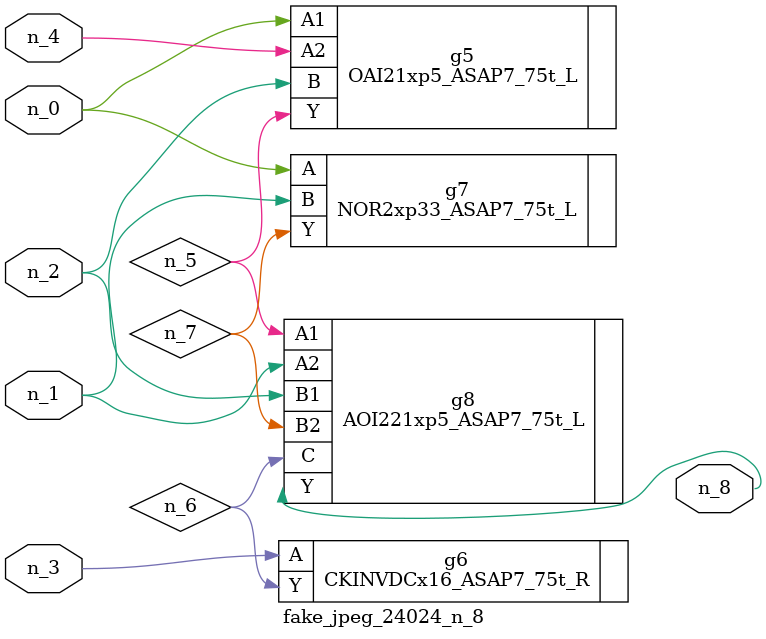
<source format=v>
module fake_jpeg_24024_n_8 (n_3, n_2, n_1, n_0, n_4, n_8);

input n_3;
input n_2;
input n_1;
input n_0;
input n_4;

output n_8;

wire n_6;
wire n_5;
wire n_7;

OAI21xp5_ASAP7_75t_L g5 ( 
.A1(n_0),
.A2(n_4),
.B(n_2),
.Y(n_5)
);

CKINVDCx16_ASAP7_75t_R g6 ( 
.A(n_3),
.Y(n_6)
);

NOR2xp33_ASAP7_75t_L g7 ( 
.A(n_0),
.B(n_1),
.Y(n_7)
);

AOI221xp5_ASAP7_75t_L g8 ( 
.A1(n_5),
.A2(n_1),
.B1(n_2),
.B2(n_7),
.C(n_6),
.Y(n_8)
);


endmodule
</source>
